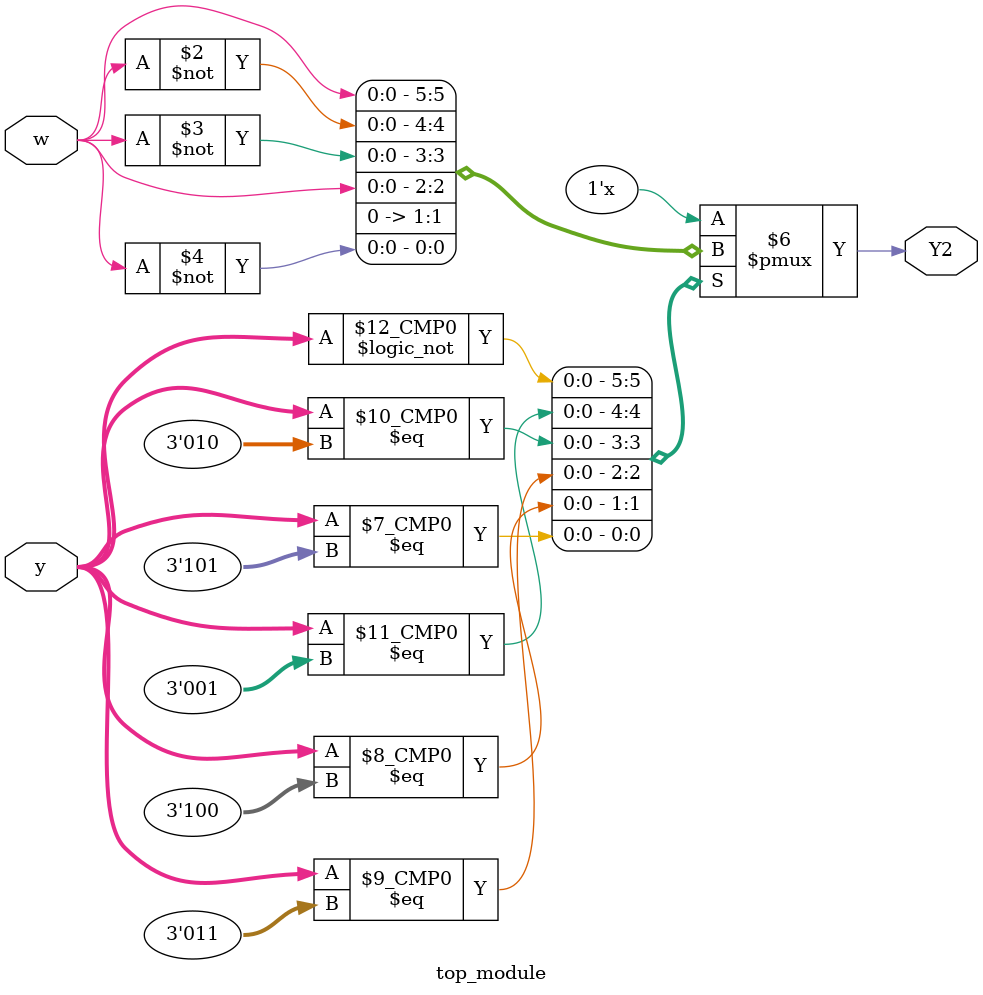
<source format=sv>
module top_module(
	input [3:1] y,
	input w,
	output reg Y2);

	always @(*) begin
		case (y)
			3'b000: Y2 = w; // State A
			3'b001: Y2 = ~w; // State B
			3'b010: Y2 = ~w; // State C
			3'b011: Y2 = w; // State D
			3'b100: Y2 = 1'b0; // State E
			3'b101: Y2 = ~w; // State F
			default: Y2 = 1'bx; // Invalid state
		endcase
	end

endmodule

</source>
